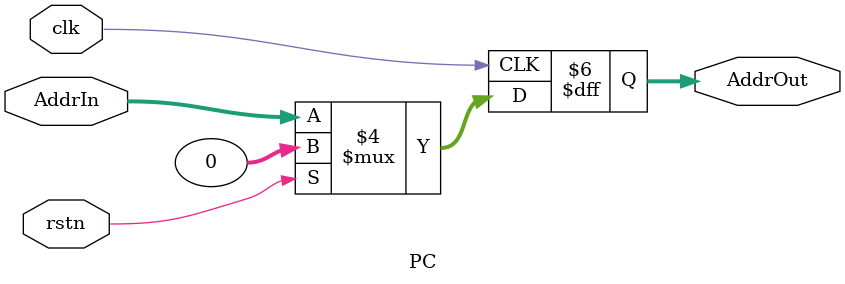
<source format=v>
module PC(
    input clk,
    input rstn,
    input[31:0] AddrIn,
    output reg[31:0] AddrOut
);

always @ (posedge clk)
    begin
        if(!rstn)
            AddrOut <= AddrIn;
        else
            AddrOut <= 32'h0;
    end
    
endmodule 

</source>
